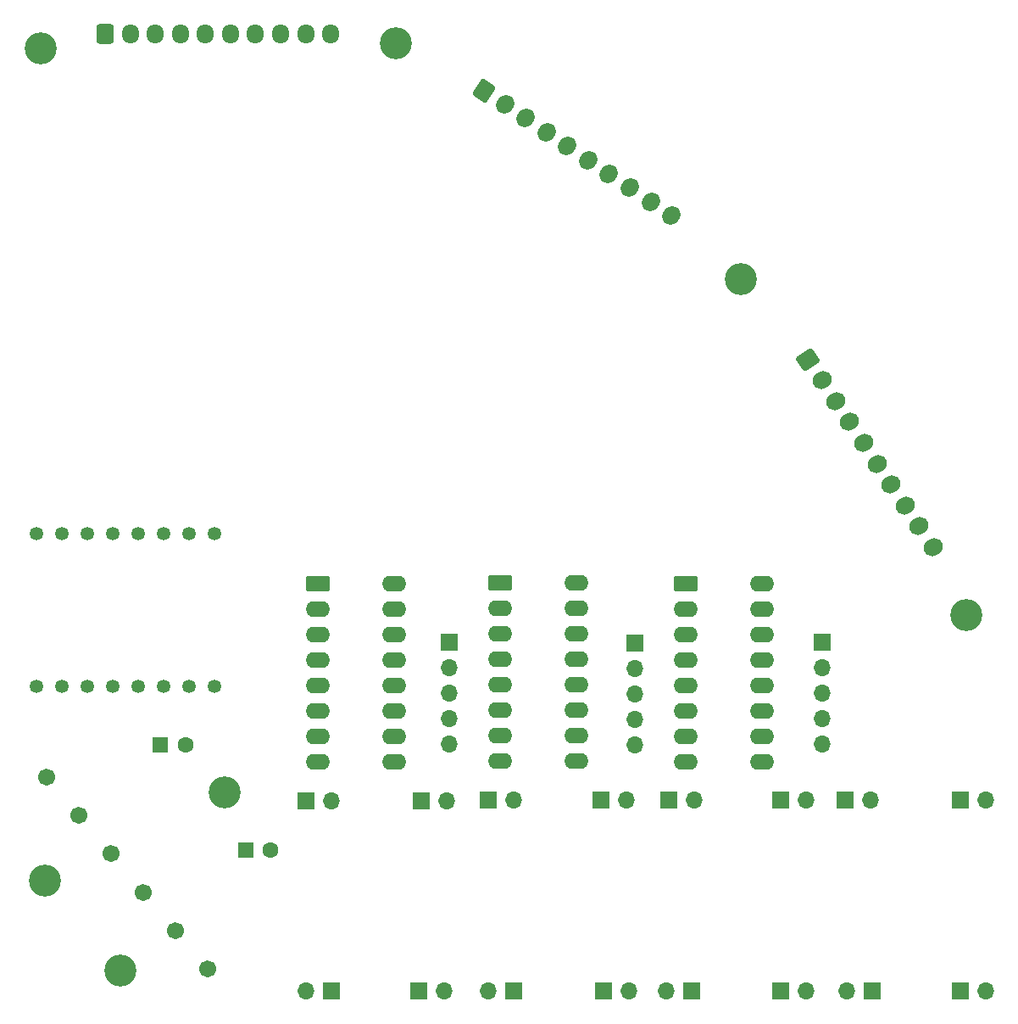
<source format=gbr>
%TF.GenerationSoftware,KiCad,Pcbnew,9.0.0*%
%TF.CreationDate,2025-12-15T13:56:06-05:00*%
%TF.ProjectId,LightDisc,4c696768-7444-4697-9363-2e6b69636164,rev?*%
%TF.SameCoordinates,Original*%
%TF.FileFunction,Soldermask,Bot*%
%TF.FilePolarity,Negative*%
%FSLAX46Y46*%
G04 Gerber Fmt 4.6, Leading zero omitted, Abs format (unit mm)*
G04 Created by KiCad (PCBNEW 9.0.0) date 2025-12-15 13:56:06*
%MOMM*%
%LPD*%
G01*
G04 APERTURE LIST*
G04 Aperture macros list*
%AMRoundRect*
0 Rectangle with rounded corners*
0 $1 Rounding radius*
0 $2 $3 $4 $5 $6 $7 $8 $9 X,Y pos of 4 corners*
0 Add a 4 corners polygon primitive as box body*
4,1,4,$2,$3,$4,$5,$6,$7,$8,$9,$2,$3,0*
0 Add four circle primitives for the rounded corners*
1,1,$1+$1,$2,$3*
1,1,$1+$1,$4,$5*
1,1,$1+$1,$6,$7*
1,1,$1+$1,$8,$9*
0 Add four rect primitives between the rounded corners*
20,1,$1+$1,$2,$3,$4,$5,0*
20,1,$1+$1,$4,$5,$6,$7,0*
20,1,$1+$1,$6,$7,$8,$9,0*
20,1,$1+$1,$8,$9,$2,$3,0*%
%AMHorizOval*
0 Thick line with rounded ends*
0 $1 width*
0 $2 $3 position (X,Y) of the first rounded end (center of the circle)*
0 $4 $5 position (X,Y) of the second rounded end (center of the circle)*
0 Add line between two ends*
20,1,$1,$2,$3,$4,$5,0*
0 Add two circle primitives to create the rounded ends*
1,1,$1,$2,$3*
1,1,$1,$4,$5*%
G04 Aperture macros list end*
%ADD10RoundRect,0.250000X-0.600000X-0.725000X0.600000X-0.725000X0.600000X0.725000X-0.600000X0.725000X0*%
%ADD11O,1.700000X1.950000*%
%ADD12RoundRect,0.250000X-0.901392X-0.270402X0.097057X-0.936058X0.901392X0.270402X-0.097057X0.936058X0*%
%ADD13HorizOval,1.700000X-0.069339X-0.104005X0.069339X0.104005X0*%
%ADD14RoundRect,0.250000X-0.936060X0.097041X-0.270386X-0.901397X0.936060X-0.097041X0.270386X0.901397X0*%
%ADD15HorizOval,1.700000X-0.104004X-0.069341X0.104004X0.069341X0*%
%ADD16R,1.700000X1.700000*%
%ADD17O,1.700000X1.700000*%
%ADD18C,1.701800*%
%ADD19C,3.200000*%
%ADD20RoundRect,0.250000X-0.950000X-0.550000X0.950000X-0.550000X0.950000X0.550000X-0.950000X0.550000X0*%
%ADD21O,2.400000X1.600000*%
%ADD22C,1.348000*%
%ADD23R,1.600000X1.600000*%
%ADD24C,1.600000*%
G04 APERTURE END LIST*
D10*
%TO.C,J2*%
X131500000Y-22500000D03*
D11*
X134000000Y-22500000D03*
X136500000Y-22500000D03*
X139000000Y-22500000D03*
X141500000Y-22500000D03*
X144000000Y-22500000D03*
X146500000Y-22500000D03*
X149000000Y-22500000D03*
X151500000Y-22500000D03*
X154000000Y-22500000D03*
%TD*%
D12*
%TO.C,J12*%
X169319381Y-28179294D03*
D13*
X171399484Y-29566078D03*
X173479587Y-30952863D03*
X175559690Y-32339647D03*
X177639794Y-33726431D03*
X179719897Y-35113216D03*
X181800000Y-36500000D03*
X183880103Y-37886784D03*
X185960206Y-39273569D03*
X188040309Y-40660353D03*
%TD*%
D14*
%TO.C,J19*%
X201679294Y-55019381D03*
D15*
X203066114Y-57099461D03*
X204452936Y-59179538D03*
X205839756Y-61259617D03*
X207226576Y-63339697D03*
X208613399Y-65419776D03*
X210000218Y-67499855D03*
X211387038Y-69579934D03*
X212773859Y-71660012D03*
X214160681Y-73740091D03*
%TD*%
D16*
%TO.C,J20*%
X165875844Y-83262500D03*
D17*
X165875844Y-85802500D03*
X165875844Y-88342500D03*
X165875844Y-90882500D03*
X165875844Y-93422500D03*
%TD*%
D16*
%TO.C,J11*%
X184390000Y-83350000D03*
D17*
X184390000Y-85890000D03*
X184390000Y-88430000D03*
X184390000Y-90970000D03*
X184390000Y-93510000D03*
%TD*%
D16*
%TO.C,J14*%
X203120000Y-83240000D03*
D17*
X203120000Y-85780000D03*
X203120000Y-88320000D03*
X203120000Y-90860000D03*
X203120000Y-93400000D03*
%TD*%
D18*
%TO.C,J13*%
X125644247Y-96679110D03*
X128858185Y-100509332D03*
X132072123Y-104339554D03*
X135286061Y-108169777D03*
X138500000Y-112000000D03*
X141713938Y-115830222D03*
%TD*%
D16*
%TO.C,J16*%
X190055000Y-118025000D03*
D17*
X187515000Y-118025000D03*
%TD*%
D16*
%TO.C,J9*%
X181010000Y-98975000D03*
D17*
X183550000Y-98975000D03*
%TD*%
D19*
%TO.C,H3*%
X125000000Y-24000000D03*
%TD*%
D16*
%TO.C,J10*%
X169760000Y-99000000D03*
D17*
X172300000Y-99000000D03*
%TD*%
D20*
%TO.C,Q1*%
X170890000Y-77310000D03*
D21*
X170890000Y-79850000D03*
X170890000Y-82390000D03*
X170890000Y-84930000D03*
X170890000Y-87470000D03*
X170890000Y-90010000D03*
X170890000Y-92550000D03*
X170890000Y-95090000D03*
X178510000Y-95090000D03*
X178510000Y-92550000D03*
X178510000Y-90010000D03*
X178510000Y-87470000D03*
X178510000Y-84930000D03*
X178510000Y-82390000D03*
X178510000Y-79850000D03*
X178510000Y-77310000D03*
%TD*%
D19*
%TO.C,H1*%
X133000000Y-116000000D03*
%TD*%
D16*
%TO.C,J18*%
X187765000Y-99025000D03*
D17*
X190305000Y-99025000D03*
%TD*%
D16*
%TO.C,J24*%
X205390000Y-99000000D03*
D17*
X207930000Y-99000000D03*
%TD*%
D22*
%TO.C,U1*%
X142380000Y-72380000D03*
X139840000Y-72380000D03*
X137300000Y-72380000D03*
X134760000Y-72380000D03*
X129680000Y-72380000D03*
X132220000Y-72380000D03*
X124600000Y-87620000D03*
X124600000Y-72380000D03*
X127140000Y-87620000D03*
X129680000Y-87620000D03*
X132220000Y-87620000D03*
X134760000Y-87620000D03*
X137300000Y-87620000D03*
X139840000Y-87620000D03*
X142380000Y-87620000D03*
X127140000Y-72380000D03*
%TD*%
D16*
%TO.C,J5*%
X163030000Y-99050000D03*
D17*
X165570000Y-99050000D03*
%TD*%
D16*
%TO.C,J15*%
X198975000Y-118025000D03*
D17*
X201515000Y-118025000D03*
%TD*%
D19*
%TO.C,H5*%
X195000000Y-47000000D03*
%TD*%
%TO.C,H7*%
X125500000Y-107000000D03*
%TD*%
D23*
%TO.C,C2*%
X145500000Y-104000000D03*
D24*
X148000000Y-104000000D03*
%TD*%
D23*
%TO.C,C1*%
X137000000Y-93500000D03*
D24*
X139500000Y-93500000D03*
%TD*%
D20*
%TO.C,Q3*%
X152755844Y-77380000D03*
D21*
X152755844Y-79920000D03*
X152755844Y-82460000D03*
X152755844Y-85000000D03*
X152755844Y-87540000D03*
X152755844Y-90080000D03*
X152755844Y-92620000D03*
X152755844Y-95160000D03*
X160375844Y-95160000D03*
X160375844Y-92620000D03*
X160375844Y-90080000D03*
X160375844Y-87540000D03*
X160375844Y-85000000D03*
X160375844Y-82460000D03*
X160375844Y-79920000D03*
X160375844Y-77380000D03*
%TD*%
D16*
%TO.C,J6*%
X151530000Y-99050000D03*
D17*
X154070000Y-99050000D03*
%TD*%
D16*
%TO.C,J8*%
X172260000Y-118000000D03*
D17*
X169720000Y-118000000D03*
%TD*%
D19*
%TO.C,H6*%
X160500000Y-23500000D03*
%TD*%
D16*
%TO.C,J3*%
X162820000Y-118050000D03*
D17*
X165360000Y-118050000D03*
%TD*%
D16*
%TO.C,J22*%
X208140000Y-118000000D03*
D17*
X205600000Y-118000000D03*
%TD*%
D16*
%TO.C,J23*%
X216890000Y-99000000D03*
D17*
X219430000Y-99000000D03*
%TD*%
D16*
%TO.C,J17*%
X198975000Y-99025000D03*
D17*
X201515000Y-99025000D03*
%TD*%
D16*
%TO.C,J4*%
X154110000Y-118025000D03*
D17*
X151570000Y-118025000D03*
%TD*%
D19*
%TO.C,H2*%
X143400000Y-98200000D03*
%TD*%
D16*
%TO.C,J7*%
X181220000Y-118000000D03*
D17*
X183760000Y-118000000D03*
%TD*%
D16*
%TO.C,J21*%
X216890000Y-118000000D03*
D17*
X219430000Y-118000000D03*
%TD*%
D20*
%TO.C,Q2*%
X189500000Y-77400000D03*
D21*
X189500000Y-79940000D03*
X189500000Y-82480000D03*
X189500000Y-85020000D03*
X189500000Y-87560000D03*
X189500000Y-90100000D03*
X189500000Y-92640000D03*
X189500000Y-95180000D03*
X197120000Y-95180000D03*
X197120000Y-92640000D03*
X197120000Y-90100000D03*
X197120000Y-87560000D03*
X197120000Y-85020000D03*
X197120000Y-82480000D03*
X197120000Y-79940000D03*
X197120000Y-77400000D03*
%TD*%
D19*
%TO.C,H4*%
X217500000Y-80500000D03*
%TD*%
M02*

</source>
